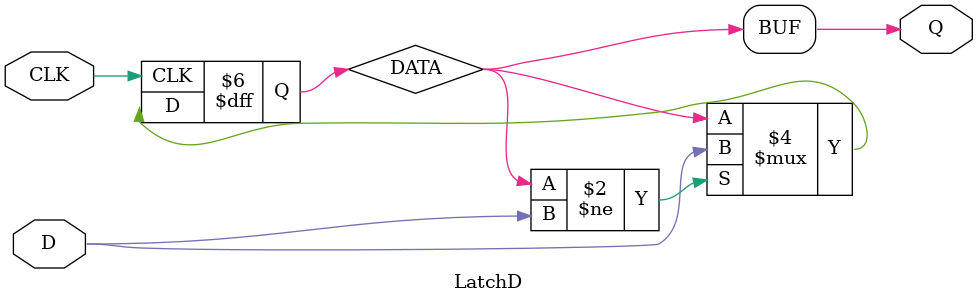
<source format=sv>
module LatchD (
  input logic D,
  input logic CLK,
  output logic Q
);
  logic DATA = 0;

  always_ff @(posedge CLK) begin
    if (DATA != D) begin
      DATA <= D;
    end
  end

  assign Q = DATA;
endmodule


</source>
